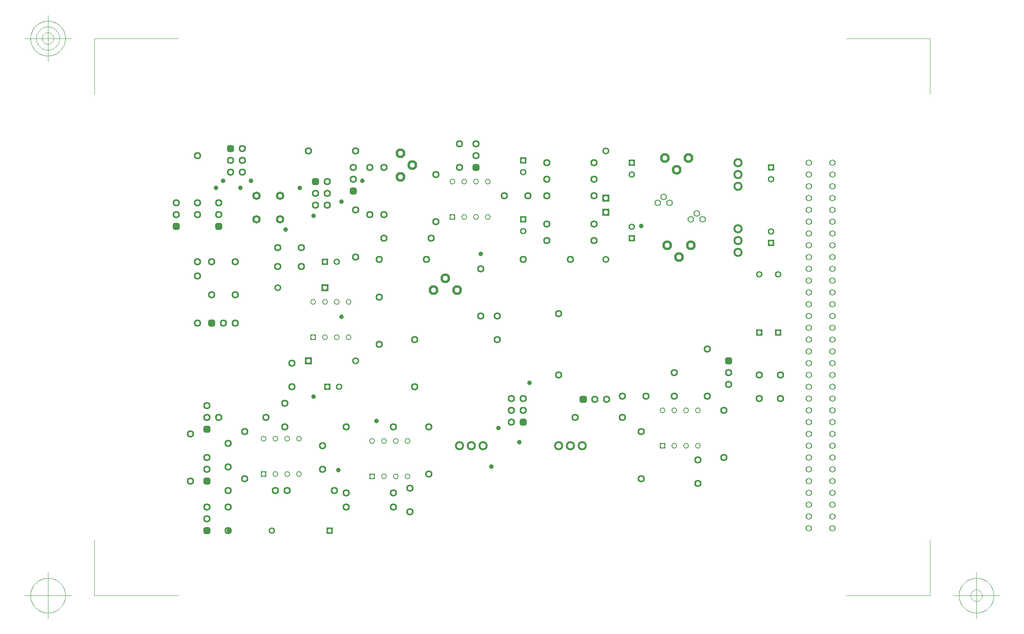
<source format=gbr>
G04 Generated by Ultiboard 10.0 *
%FSLAX25Y25*%
%MOIN*%

%ADD10C,0.00394*%
%ADD11C,0.03937*%
%ADD12C,0.06334X0.03500*%
%ADD13C,0.05500X0.04000*%
%ADD14C,0.08334X0.04333*%
%ADD15R,0.04900X0.04900X0.03500*%
%ADD16C,0.04900X0.03500*%
%ADD17C,0.05512X0.03150*%
%ADD18R,0.05512X0.05512X0.03150*%
%ADD19C,0.05906X0.03543*%
%ADD20R,0.05906X0.05906X0.03543*%
%ADD21R,0.02083X0.02083X0.03917*%
%ADD22C,0.03917*%
%ADD23C,0.07166X0.03500*%
%ADD24C,0.07834X0.04667*%
%ADD25C,0.05337X0.03937*%


G04 ColorRGB FF00CC for the following layer *
%LNL_uc100f6tzinnmaske Oberseite*%
%LPD*%
%FSLAX25Y25*%
%MOIN*%
G54D10*
X-17512Y-14937D02*
X-17512Y32308D01*
X-17512Y-14937D02*
X53291Y-14937D01*
X690512Y-14937D02*
X619709Y-14937D01*
X690512Y-14937D02*
X690512Y32308D01*
X690512Y457512D02*
X690512Y410267D01*
X690512Y457512D02*
X619709Y457512D01*
X-17512Y457512D02*
X53291Y457512D01*
X-17512Y457512D02*
X-17512Y410267D01*
X-37197Y-14937D02*
X-76567Y-14937D01*
X-56882Y-34622D02*
X-56882Y4748D01*
X-42118Y-14937D02*
X-42189Y-13490D01*
X-42189Y-13490D02*
X-42402Y-12057D01*
X-42402Y-12057D02*
X-42754Y-10651D01*
X-42754Y-10651D02*
X-43242Y-9287D01*
X-43242Y-9287D02*
X-43861Y-7977D01*
X-43861Y-7977D02*
X-44606Y-6735D01*
X-44606Y-6735D02*
X-45469Y-5571D01*
X-45469Y-5571D02*
X-46442Y-4497D01*
X-46442Y-4497D02*
X-47516Y-3524D01*
X-47516Y-3524D02*
X-48680Y-2661D01*
X-48680Y-2661D02*
X-49922Y-1917D01*
X-49922Y-1917D02*
X-51232Y-1297D01*
X-51232Y-1297D02*
X-52596Y-809D01*
X-52596Y-809D02*
X-54002Y-457D01*
X-54002Y-457D02*
X-55435Y-244D01*
X-55435Y-244D02*
X-56882Y-173D01*
X-56882Y-173D02*
X-58329Y-244D01*
X-58329Y-244D02*
X-59762Y-457D01*
X-59762Y-457D02*
X-61168Y-809D01*
X-61168Y-809D02*
X-62532Y-1297D01*
X-62532Y-1297D02*
X-63841Y-1917D01*
X-63841Y-1917D02*
X-65084Y-2661D01*
X-65084Y-2661D02*
X-66248Y-3524D01*
X-66248Y-3524D02*
X-67321Y-4497D01*
X-67321Y-4497D02*
X-68294Y-5571D01*
X-68294Y-5571D02*
X-69158Y-6735D01*
X-69158Y-6735D02*
X-69902Y-7977D01*
X-69902Y-7977D02*
X-70522Y-9287D01*
X-70522Y-9287D02*
X-71010Y-10651D01*
X-71010Y-10651D02*
X-71362Y-12057D01*
X-71362Y-12057D02*
X-71575Y-13490D01*
X-71575Y-13490D02*
X-71646Y-14937D01*
X-71646Y-14937D02*
X-71575Y-16384D01*
X-71575Y-16384D02*
X-71362Y-17817D01*
X-71362Y-17817D02*
X-71010Y-19223D01*
X-71010Y-19223D02*
X-70522Y-20587D01*
X-70522Y-20587D02*
X-69902Y-21897D01*
X-69902Y-21897D02*
X-69158Y-23139D01*
X-69158Y-23139D02*
X-68294Y-24303D01*
X-68294Y-24303D02*
X-67321Y-25377D01*
X-67321Y-25377D02*
X-66248Y-26350D01*
X-66248Y-26350D02*
X-65084Y-27213D01*
X-65084Y-27213D02*
X-63841Y-27957D01*
X-63841Y-27957D02*
X-62532Y-28577D01*
X-62532Y-28577D02*
X-61168Y-29065D01*
X-61168Y-29065D02*
X-59762Y-29417D01*
X-59762Y-29417D02*
X-58329Y-29630D01*
X-58329Y-29630D02*
X-56882Y-29701D01*
X-56882Y-29701D02*
X-55435Y-29630D01*
X-55435Y-29630D02*
X-54002Y-29417D01*
X-54002Y-29417D02*
X-52596Y-29065D01*
X-52596Y-29065D02*
X-51232Y-28577D01*
X-51232Y-28577D02*
X-49922Y-27957D01*
X-49922Y-27957D02*
X-48680Y-27213D01*
X-48680Y-27213D02*
X-47516Y-26350D01*
X-47516Y-26350D02*
X-46442Y-25377D01*
X-46442Y-25377D02*
X-45469Y-24303D01*
X-45469Y-24303D02*
X-44606Y-23139D01*
X-44606Y-23139D02*
X-43861Y-21897D01*
X-43861Y-21897D02*
X-43242Y-20587D01*
X-43242Y-20587D02*
X-42754Y-19223D01*
X-42754Y-19223D02*
X-42402Y-17817D01*
X-42402Y-17817D02*
X-42189Y-16384D01*
X-42189Y-16384D02*
X-42118Y-14937D01*
X710197Y-14937D02*
X749567Y-14937D01*
X729882Y-34622D02*
X729882Y4748D01*
X744646Y-14937D02*
X744575Y-13490D01*
X744575Y-13490D02*
X744362Y-12057D01*
X744362Y-12057D02*
X744010Y-10651D01*
X744010Y-10651D02*
X743522Y-9287D01*
X743522Y-9287D02*
X742902Y-7977D01*
X742902Y-7977D02*
X742158Y-6735D01*
X742158Y-6735D02*
X741294Y-5571D01*
X741294Y-5571D02*
X740321Y-4497D01*
X740321Y-4497D02*
X739248Y-3524D01*
X739248Y-3524D02*
X738084Y-2661D01*
X738084Y-2661D02*
X736841Y-1917D01*
X736841Y-1917D02*
X735532Y-1297D01*
X735532Y-1297D02*
X734168Y-809D01*
X734168Y-809D02*
X732762Y-457D01*
X732762Y-457D02*
X731329Y-244D01*
X731329Y-244D02*
X729882Y-173D01*
X729882Y-173D02*
X728435Y-244D01*
X728435Y-244D02*
X727002Y-457D01*
X727002Y-457D02*
X725596Y-809D01*
X725596Y-809D02*
X724232Y-1297D01*
X724232Y-1297D02*
X722922Y-1917D01*
X722922Y-1917D02*
X721680Y-2661D01*
X721680Y-2661D02*
X720516Y-3524D01*
X720516Y-3524D02*
X719442Y-4497D01*
X719442Y-4497D02*
X718469Y-5571D01*
X718469Y-5571D02*
X717606Y-6735D01*
X717606Y-6735D02*
X716861Y-7977D01*
X716861Y-7977D02*
X716242Y-9287D01*
X716242Y-9287D02*
X715754Y-10651D01*
X715754Y-10651D02*
X715402Y-12057D01*
X715402Y-12057D02*
X715189Y-13490D01*
X715189Y-13490D02*
X715118Y-14937D01*
X715118Y-14937D02*
X715189Y-16384D01*
X715189Y-16384D02*
X715402Y-17817D01*
X715402Y-17817D02*
X715754Y-19223D01*
X715754Y-19223D02*
X716242Y-20587D01*
X716242Y-20587D02*
X716861Y-21897D01*
X716861Y-21897D02*
X717606Y-23139D01*
X717606Y-23139D02*
X718469Y-24303D01*
X718469Y-24303D02*
X719442Y-25377D01*
X719442Y-25377D02*
X720516Y-26350D01*
X720516Y-26350D02*
X721680Y-27213D01*
X721680Y-27213D02*
X722922Y-27957D01*
X722922Y-27957D02*
X724232Y-28577D01*
X724232Y-28577D02*
X725596Y-29065D01*
X725596Y-29065D02*
X727002Y-29417D01*
X727002Y-29417D02*
X728435Y-29630D01*
X728435Y-29630D02*
X729882Y-29701D01*
X729882Y-29701D02*
X731329Y-29630D01*
X731329Y-29630D02*
X732762Y-29417D01*
X732762Y-29417D02*
X734168Y-29065D01*
X734168Y-29065D02*
X735532Y-28577D01*
X735532Y-28577D02*
X736841Y-27957D01*
X736841Y-27957D02*
X738084Y-27213D01*
X738084Y-27213D02*
X739248Y-26350D01*
X739248Y-26350D02*
X740321Y-25377D01*
X740321Y-25377D02*
X741294Y-24303D01*
X741294Y-24303D02*
X742158Y-23139D01*
X742158Y-23139D02*
X742902Y-21897D01*
X742902Y-21897D02*
X743522Y-20587D01*
X743522Y-20587D02*
X744010Y-19223D01*
X744010Y-19223D02*
X744362Y-17817D01*
X744362Y-17817D02*
X744575Y-16384D01*
X744575Y-16384D02*
X744646Y-14937D01*
X734803Y-14937D02*
X734779Y-14455D01*
X734779Y-14455D02*
X734709Y-13977D01*
X734709Y-13977D02*
X734591Y-13508D01*
X734591Y-13508D02*
X734429Y-13054D01*
X734429Y-13054D02*
X734222Y-12617D01*
X734222Y-12617D02*
X733974Y-12203D01*
X733974Y-12203D02*
X733686Y-11815D01*
X733686Y-11815D02*
X733362Y-11457D01*
X733362Y-11457D02*
X733004Y-11133D01*
X733004Y-11133D02*
X732616Y-10845D01*
X732616Y-10845D02*
X732202Y-10597D01*
X732202Y-10597D02*
X731765Y-10390D01*
X731765Y-10390D02*
X731310Y-10228D01*
X731310Y-10228D02*
X730842Y-10110D01*
X730842Y-10110D02*
X730364Y-10039D01*
X730364Y-10039D02*
X729882Y-10016D01*
X729882Y-10016D02*
X729400Y-10039D01*
X729400Y-10039D02*
X728922Y-10110D01*
X728922Y-10110D02*
X728453Y-10228D01*
X728453Y-10228D02*
X727999Y-10390D01*
X727999Y-10390D02*
X727562Y-10597D01*
X727562Y-10597D02*
X727148Y-10845D01*
X727148Y-10845D02*
X726760Y-11133D01*
X726760Y-11133D02*
X726402Y-11457D01*
X726402Y-11457D02*
X726078Y-11815D01*
X726078Y-11815D02*
X725790Y-12203D01*
X725790Y-12203D02*
X725542Y-12617D01*
X725542Y-12617D02*
X725335Y-13054D01*
X725335Y-13054D02*
X725173Y-13508D01*
X725173Y-13508D02*
X725055Y-13977D01*
X725055Y-13977D02*
X724984Y-14455D01*
X724984Y-14455D02*
X724961Y-14937D01*
X724961Y-14937D02*
X724984Y-15419D01*
X724984Y-15419D02*
X725055Y-15897D01*
X725055Y-15897D02*
X725173Y-16366D01*
X725173Y-16366D02*
X725335Y-16820D01*
X725335Y-16820D02*
X725542Y-17257D01*
X725542Y-17257D02*
X725790Y-17671D01*
X725790Y-17671D02*
X726078Y-18059D01*
X726078Y-18059D02*
X726402Y-18417D01*
X726402Y-18417D02*
X726760Y-18741D01*
X726760Y-18741D02*
X727148Y-19029D01*
X727148Y-19029D02*
X727562Y-19277D01*
X727562Y-19277D02*
X727999Y-19484D01*
X727999Y-19484D02*
X728453Y-19646D01*
X728453Y-19646D02*
X728922Y-19764D01*
X728922Y-19764D02*
X729400Y-19835D01*
X729400Y-19835D02*
X729882Y-19858D01*
X729882Y-19858D02*
X730364Y-19835D01*
X730364Y-19835D02*
X730842Y-19764D01*
X730842Y-19764D02*
X731310Y-19646D01*
X731310Y-19646D02*
X731765Y-19484D01*
X731765Y-19484D02*
X732202Y-19277D01*
X732202Y-19277D02*
X732616Y-19029D01*
X732616Y-19029D02*
X733004Y-18741D01*
X733004Y-18741D02*
X733362Y-18417D01*
X733362Y-18417D02*
X733686Y-18059D01*
X733686Y-18059D02*
X733974Y-17671D01*
X733974Y-17671D02*
X734222Y-17257D01*
X734222Y-17257D02*
X734429Y-16820D01*
X734429Y-16820D02*
X734591Y-16366D01*
X734591Y-16366D02*
X734709Y-15897D01*
X734709Y-15897D02*
X734779Y-15419D01*
X734779Y-15419D02*
X734803Y-14937D01*
X-37197Y457512D02*
X-76567Y457512D01*
X-56882Y437827D02*
X-56882Y477197D01*
X-42118Y457512D02*
X-42189Y458959D01*
X-42189Y458959D02*
X-42402Y460392D01*
X-42402Y460392D02*
X-42754Y461798D01*
X-42754Y461798D02*
X-43242Y463162D01*
X-43242Y463162D02*
X-43861Y464471D01*
X-43861Y464471D02*
X-44606Y465714D01*
X-44606Y465714D02*
X-45469Y466878D01*
X-45469Y466878D02*
X-46442Y467951D01*
X-46442Y467951D02*
X-47516Y468924D01*
X-47516Y468924D02*
X-48680Y469787D01*
X-48680Y469787D02*
X-49922Y470532D01*
X-49922Y470532D02*
X-51232Y471152D01*
X-51232Y471152D02*
X-52596Y471640D01*
X-52596Y471640D02*
X-54002Y471992D01*
X-54002Y471992D02*
X-55435Y472205D01*
X-55435Y472205D02*
X-56882Y472276D01*
X-56882Y472276D02*
X-58329Y472205D01*
X-58329Y472205D02*
X-59762Y471992D01*
X-59762Y471992D02*
X-61168Y471640D01*
X-61168Y471640D02*
X-62532Y471152D01*
X-62532Y471152D02*
X-63841Y470532D01*
X-63841Y470532D02*
X-65084Y469787D01*
X-65084Y469787D02*
X-66248Y468924D01*
X-66248Y468924D02*
X-67321Y467951D01*
X-67321Y467951D02*
X-68294Y466878D01*
X-68294Y466878D02*
X-69158Y465714D01*
X-69158Y465714D02*
X-69902Y464471D01*
X-69902Y464471D02*
X-70522Y463162D01*
X-70522Y463162D02*
X-71010Y461798D01*
X-71010Y461798D02*
X-71362Y460392D01*
X-71362Y460392D02*
X-71575Y458959D01*
X-71575Y458959D02*
X-71646Y457512D01*
X-71646Y457512D02*
X-71575Y456065D01*
X-71575Y456065D02*
X-71362Y454632D01*
X-71362Y454632D02*
X-71010Y453226D01*
X-71010Y453226D02*
X-70522Y451862D01*
X-70522Y451862D02*
X-69902Y450552D01*
X-69902Y450552D02*
X-69158Y449310D01*
X-69158Y449310D02*
X-68294Y448146D01*
X-68294Y448146D02*
X-67321Y447072D01*
X-67321Y447072D02*
X-66248Y446099D01*
X-66248Y446099D02*
X-65084Y445236D01*
X-65084Y445236D02*
X-63841Y444491D01*
X-63841Y444491D02*
X-62532Y443872D01*
X-62532Y443872D02*
X-61168Y443384D01*
X-61168Y443384D02*
X-59762Y443032D01*
X-59762Y443032D02*
X-58329Y442819D01*
X-58329Y442819D02*
X-56882Y442748D01*
X-56882Y442748D02*
X-55435Y442819D01*
X-55435Y442819D02*
X-54002Y443032D01*
X-54002Y443032D02*
X-52596Y443384D01*
X-52596Y443384D02*
X-51232Y443872D01*
X-51232Y443872D02*
X-49922Y444491D01*
X-49922Y444491D02*
X-48680Y445236D01*
X-48680Y445236D02*
X-47516Y446099D01*
X-47516Y446099D02*
X-46442Y447072D01*
X-46442Y447072D02*
X-45469Y448146D01*
X-45469Y448146D02*
X-44606Y449310D01*
X-44606Y449310D02*
X-43861Y450552D01*
X-43861Y450552D02*
X-43242Y451862D01*
X-43242Y451862D02*
X-42754Y453226D01*
X-42754Y453226D02*
X-42402Y454632D01*
X-42402Y454632D02*
X-42189Y456065D01*
X-42189Y456065D02*
X-42118Y457512D01*
X-47039Y457512D02*
X-47087Y458477D01*
X-47087Y458477D02*
X-47228Y459432D01*
X-47228Y459432D02*
X-47463Y460369D01*
X-47463Y460369D02*
X-47789Y461278D01*
X-47789Y461278D02*
X-48202Y462152D01*
X-48202Y462152D02*
X-48698Y462980D01*
X-48698Y462980D02*
X-49274Y463756D01*
X-49274Y463756D02*
X-49922Y464472D01*
X-49922Y464472D02*
X-50638Y465120D01*
X-50638Y465120D02*
X-51414Y465696D01*
X-51414Y465696D02*
X-52242Y466192D01*
X-52242Y466192D02*
X-53115Y466605D01*
X-53115Y466605D02*
X-54025Y466931D01*
X-54025Y466931D02*
X-54962Y467165D01*
X-54962Y467165D02*
X-55917Y467307D01*
X-55917Y467307D02*
X-56882Y467354D01*
X-56882Y467354D02*
X-57847Y467307D01*
X-57847Y467307D02*
X-58802Y467165D01*
X-58802Y467165D02*
X-59739Y466931D01*
X-59739Y466931D02*
X-60648Y466605D01*
X-60648Y466605D02*
X-61522Y466192D01*
X-61522Y466192D02*
X-62350Y465696D01*
X-62350Y465696D02*
X-63126Y465120D01*
X-63126Y465120D02*
X-63842Y464472D01*
X-63842Y464472D02*
X-64490Y463756D01*
X-64490Y463756D02*
X-65066Y462980D01*
X-65066Y462980D02*
X-65562Y462152D01*
X-65562Y462152D02*
X-65975Y461278D01*
X-65975Y461278D02*
X-66301Y460369D01*
X-66301Y460369D02*
X-66535Y459432D01*
X-66535Y459432D02*
X-66677Y458477D01*
X-66677Y458477D02*
X-66724Y457512D01*
X-66724Y457512D02*
X-66677Y456547D01*
X-66677Y456547D02*
X-66535Y455592D01*
X-66535Y455592D02*
X-66301Y454655D01*
X-66301Y454655D02*
X-65975Y453745D01*
X-65975Y453745D02*
X-65562Y452872D01*
X-65562Y452872D02*
X-65066Y452044D01*
X-65066Y452044D02*
X-64490Y451268D01*
X-64490Y451268D02*
X-63842Y450552D01*
X-63842Y450552D02*
X-63126Y449903D01*
X-63126Y449903D02*
X-62350Y449328D01*
X-62350Y449328D02*
X-61522Y448831D01*
X-61522Y448831D02*
X-60648Y448419D01*
X-60648Y448419D02*
X-59739Y448093D01*
X-59739Y448093D02*
X-58802Y447858D01*
X-58802Y447858D02*
X-57847Y447717D01*
X-57847Y447717D02*
X-56882Y447669D01*
X-56882Y447669D02*
X-55917Y447717D01*
X-55917Y447717D02*
X-54962Y447858D01*
X-54962Y447858D02*
X-54025Y448093D01*
X-54025Y448093D02*
X-53115Y448419D01*
X-53115Y448419D02*
X-52242Y448831D01*
X-52242Y448831D02*
X-51414Y449328D01*
X-51414Y449328D02*
X-50638Y449903D01*
X-50638Y449903D02*
X-49922Y450552D01*
X-49922Y450552D02*
X-49274Y451268D01*
X-49274Y451268D02*
X-48698Y452044D01*
X-48698Y452044D02*
X-48202Y452872D01*
X-48202Y452872D02*
X-47789Y453745D01*
X-47789Y453745D02*
X-47463Y454655D01*
X-47463Y454655D02*
X-47228Y455592D01*
X-47228Y455592D02*
X-47087Y456547D01*
X-47087Y456547D02*
X-47039Y457512D01*
X-51961Y457512D02*
X-51984Y457994D01*
X-51984Y457994D02*
X-52055Y458472D01*
X-52055Y458472D02*
X-52173Y458940D01*
X-52173Y458940D02*
X-52335Y459395D01*
X-52335Y459395D02*
X-52542Y459832D01*
X-52542Y459832D02*
X-52790Y460246D01*
X-52790Y460246D02*
X-53078Y460634D01*
X-53078Y460634D02*
X-53402Y460992D01*
X-53402Y460992D02*
X-53760Y461316D01*
X-53760Y461316D02*
X-54148Y461604D01*
X-54148Y461604D02*
X-54562Y461852D01*
X-54562Y461852D02*
X-54999Y462058D01*
X-54999Y462058D02*
X-55453Y462221D01*
X-55453Y462221D02*
X-55922Y462339D01*
X-55922Y462339D02*
X-56400Y462409D01*
X-56400Y462409D02*
X-56882Y462433D01*
X-56882Y462433D02*
X-57364Y462409D01*
X-57364Y462409D02*
X-57842Y462339D01*
X-57842Y462339D02*
X-58310Y462221D01*
X-58310Y462221D02*
X-58765Y462058D01*
X-58765Y462058D02*
X-59202Y461852D01*
X-59202Y461852D02*
X-59616Y461604D01*
X-59616Y461604D02*
X-60004Y461316D01*
X-60004Y461316D02*
X-60362Y460992D01*
X-60362Y460992D02*
X-60686Y460634D01*
X-60686Y460634D02*
X-60974Y460246D01*
X-60974Y460246D02*
X-61222Y459832D01*
X-61222Y459832D02*
X-61429Y459395D01*
X-61429Y459395D02*
X-61591Y458940D01*
X-61591Y458940D02*
X-61709Y458472D01*
X-61709Y458472D02*
X-61779Y457994D01*
X-61779Y457994D02*
X-61803Y457512D01*
X-61803Y457512D02*
X-61779Y457029D01*
X-61779Y457029D02*
X-61709Y456552D01*
X-61709Y456552D02*
X-61591Y456083D01*
X-61591Y456083D02*
X-61429Y455629D01*
X-61429Y455629D02*
X-61222Y455192D01*
X-61222Y455192D02*
X-60974Y454778D01*
X-60974Y454778D02*
X-60686Y454390D01*
X-60686Y454390D02*
X-60362Y454032D01*
X-60362Y454032D02*
X-60004Y453708D01*
X-60004Y453708D02*
X-59616Y453420D01*
X-59616Y453420D02*
X-59202Y453172D01*
X-59202Y453172D02*
X-58765Y452965D01*
X-58765Y452965D02*
X-58310Y452802D01*
X-58310Y452802D02*
X-57842Y452685D01*
X-57842Y452685D02*
X-57364Y452614D01*
X-57364Y452614D02*
X-56882Y452591D01*
X-56882Y452591D02*
X-56400Y452614D01*
X-56400Y452614D02*
X-55922Y452685D01*
X-55922Y452685D02*
X-55453Y452802D01*
X-55453Y452802D02*
X-54999Y452965D01*
X-54999Y452965D02*
X-54562Y453172D01*
X-54562Y453172D02*
X-54148Y453420D01*
X-54148Y453420D02*
X-53760Y453708D01*
X-53760Y453708D02*
X-53402Y454032D01*
X-53402Y454032D02*
X-53078Y454390D01*
X-53078Y454390D02*
X-52790Y454778D01*
X-52790Y454778D02*
X-52542Y455192D01*
X-52542Y455192D02*
X-52335Y455629D01*
X-52335Y455629D02*
X-52173Y456083D01*
X-52173Y456083D02*
X-52055Y456552D01*
X-52055Y456552D02*
X-51984Y457029D01*
X-51984Y457029D02*
X-51961Y457512D01*
G54D11*
X96500Y40000D03*
X189165Y91535D03*
X191929Y221457D03*
X168307Y153543D03*
X221646Y132874D03*
X91535Y336614D03*
X85630Y330709D03*
X106299Y330709D03*
X115157Y336614D03*
X191929Y318898D03*
X144685Y295276D03*
X168307Y307087D03*
X156496Y330709D03*
X209646Y336614D03*
X324803Y126969D03*
X318898Y94488D03*
X342520Y115157D03*
X351378Y165354D03*
X310039Y274606D03*
X445866Y298228D03*
G54D12*
X494000Y80000D03*
X494000Y100000D03*
X502000Y154000D03*
X502000Y194000D03*
X254000Y162000D03*
X254000Y202000D03*
X224000Y270000D03*
X264000Y270000D03*
X228000Y288000D03*
X268000Y288000D03*
X250000Y56000D03*
X250000Y76000D03*
X158000Y264000D03*
X138000Y264000D03*
X82000Y240000D03*
X102000Y240000D03*
X70000Y216000D03*
X70000Y256000D03*
X96000Y74000D03*
X136000Y74000D03*
X128000Y136000D03*
X88000Y136000D03*
X110000Y124000D03*
X110000Y84000D03*
X78000Y136000D03*
X78000Y146000D03*
X64000Y82000D03*
X64000Y122000D03*
X96000Y60000D03*
X96000Y40000D03*
X78000Y60000D03*
X78000Y50000D03*
X96000Y94000D03*
X96000Y114000D03*
X78000Y92000D03*
X78000Y102000D03*
X92000Y216000D03*
X102000Y216000D03*
X144000Y128000D03*
X144000Y148000D03*
X196000Y128000D03*
X236000Y128000D03*
X186000Y74000D03*
X146000Y74000D03*
X176000Y92000D03*
X176000Y112000D03*
X196000Y60000D03*
X236000Y60000D03*
X196000Y72000D03*
X236000Y72000D03*
X150000Y162000D03*
X150000Y182000D03*
X224000Y198000D03*
X224000Y238000D03*
X52000Y318000D03*
X52000Y308000D03*
X70000Y318000D03*
X70000Y358000D03*
X88000Y318000D03*
X88000Y308000D03*
X82000Y268000D03*
X102000Y268000D03*
X70000Y268000D03*
X70000Y308000D03*
X98000Y344000D03*
X108000Y344000D03*
X108000Y364000D03*
X108000Y354000D03*
X98000Y354000D03*
X164000Y362000D03*
X204000Y362000D03*
X180000Y316000D03*
X170000Y316000D03*
X170000Y326000D03*
X180000Y326000D03*
X180000Y336000D03*
X158000Y280000D03*
X138000Y280000D03*
X228000Y308000D03*
X228000Y348000D03*
X216000Y308000D03*
X216000Y348000D03*
X204000Y312000D03*
X204000Y272000D03*
X202000Y348000D03*
X202000Y338000D03*
X310000Y222000D03*
X310000Y262000D03*
X376000Y172000D03*
X376000Y224000D03*
X266000Y128000D03*
X266000Y88000D03*
X346000Y142000D03*
X346000Y152000D03*
X336000Y142000D03*
X336000Y132000D03*
X336000Y152000D03*
X324000Y222000D03*
X324000Y202000D03*
X446000Y124000D03*
X446000Y84000D03*
X430000Y154000D03*
X450000Y154000D03*
X474000Y154000D03*
X474000Y174000D03*
X390000Y136000D03*
X430000Y136000D03*
X406708Y151292D03*
X416708Y151292D03*
X346000Y270000D03*
X386000Y270000D03*
X366000Y324000D03*
X406000Y324000D03*
X366000Y352000D03*
X406000Y352000D03*
X366000Y338000D03*
X406000Y338000D03*
X366000Y286000D03*
X406000Y286000D03*
X366000Y300000D03*
X406000Y300000D03*
X306000Y358000D03*
X306000Y368000D03*
X272000Y302000D03*
X272000Y342000D03*
X292000Y348000D03*
X292000Y368000D03*
X330000Y324000D03*
X350000Y324000D03*
X516000Y102000D03*
X516000Y142000D03*
X564000Y152000D03*
X564000Y172000D03*
X520000Y174000D03*
X520000Y164000D03*
X546000Y152000D03*
X546000Y172000D03*
G54D13*
X488000Y304000D03*
X493000Y309000D03*
X498000Y304000D03*
X470000Y318000D03*
X460000Y318000D03*
X465000Y323000D03*
G54D14*
X252000Y350000D03*
X242000Y340000D03*
X242000Y360000D03*
X280000Y254000D03*
X270000Y244000D03*
X290000Y244000D03*
X468000Y282000D03*
X488000Y282000D03*
X478000Y272000D03*
X476000Y346000D03*
X466000Y356000D03*
X486000Y356000D03*
G54D15*
X218000Y86000D03*
X126000Y88000D03*
X168000Y204000D03*
X464000Y112000D03*
X286000Y306000D03*
G54D16*
X218000Y116000D03*
X238000Y86000D03*
X228000Y86000D03*
X248000Y86000D03*
X238000Y116000D03*
X228000Y116000D03*
X248000Y116000D03*
X126000Y118000D03*
X156000Y118000D03*
X156000Y88000D03*
X136000Y88000D03*
X146000Y88000D03*
X136000Y118000D03*
X146000Y118000D03*
X188000Y204000D03*
X188000Y234000D03*
X178000Y204000D03*
X168000Y234000D03*
X178000Y234000D03*
X198000Y204000D03*
X198000Y234000D03*
X474000Y112000D03*
X484000Y112000D03*
X494000Y112000D03*
X474000Y142000D03*
X464000Y142000D03*
X484000Y142000D03*
X494000Y142000D03*
X316000Y336000D03*
X316000Y306000D03*
X296000Y306000D03*
X306000Y306000D03*
X286000Y336000D03*
X296000Y336000D03*
X306000Y336000D03*
G54D17*
X187843Y268000D03*
X132787Y40000D03*
X189843Y162000D03*
X346000Y294157D03*
X346000Y344157D03*
X438000Y342157D03*
X438000Y297843D03*
X562000Y257213D03*
X546000Y257213D03*
X556000Y338157D03*
X556000Y293843D03*
G54D18*
X178000Y268000D03*
X182000Y40000D03*
X180000Y162000D03*
X346000Y304000D03*
X346000Y354000D03*
X438000Y352000D03*
X438000Y288000D03*
X562000Y208000D03*
X546000Y208000D03*
X556000Y348000D03*
X556000Y284000D03*
G54D19*
X138000Y246000D03*
X204000Y184000D03*
X416000Y270000D03*
X416000Y362000D03*
G54D20*
X178000Y246000D03*
X164000Y184000D03*
X416000Y310000D03*
X416000Y322000D03*
G54D21*
X78000Y126000D03*
X78000Y40000D03*
X78000Y82000D03*
X82000Y216000D03*
X52000Y298000D03*
X88000Y298000D03*
X98000Y364000D03*
X170000Y336000D03*
X202000Y328000D03*
X346000Y132000D03*
X396708Y151292D03*
X306000Y348000D03*
X520000Y184000D03*
G54D22*
X76959Y124959D02*
X79041Y124959D01*
X79041Y127041D01*
X76959Y127041D01*
X76959Y124959D01*D02*
X76959Y38959D02*
X79041Y38959D01*
X79041Y41041D01*
X76959Y41041D01*
X76959Y38959D01*D02*
X76959Y80959D02*
X79041Y80959D01*
X79041Y83041D01*
X76959Y83041D01*
X76959Y80959D01*D02*
X80959Y214959D02*
X83041Y214959D01*
X83041Y217041D01*
X80959Y217041D01*
X80959Y214959D01*D02*
X50959Y296959D02*
X53041Y296959D01*
X53041Y299041D01*
X50959Y299041D01*
X50959Y296959D01*D02*
X86959Y296959D02*
X89041Y296959D01*
X89041Y299041D01*
X86959Y299041D01*
X86959Y296959D01*D02*
X96959Y362959D02*
X99041Y362959D01*
X99041Y365041D01*
X96959Y365041D01*
X96959Y362959D01*D02*
X168959Y334959D02*
X171041Y334959D01*
X171041Y337041D01*
X168959Y337041D01*
X168959Y334959D01*D02*
X200959Y326959D02*
X203041Y326959D01*
X203041Y329041D01*
X200959Y329041D01*
X200959Y326959D01*D02*
X344959Y130959D02*
X347041Y130959D01*
X347041Y133041D01*
X344959Y133041D01*
X344959Y130959D01*D02*
X395667Y150251D02*
X397749Y150251D01*
X397749Y152333D01*
X395667Y152333D01*
X395667Y150251D01*D02*
X304959Y346959D02*
X307041Y346959D01*
X307041Y349041D01*
X304959Y349041D01*
X304959Y346959D01*D02*
X518959Y182959D02*
X521041Y182959D01*
X521041Y185041D01*
X518959Y185041D01*
X518959Y182959D01*D02*
G54D23*
X120000Y304000D03*
X120000Y324000D03*
X140000Y304000D03*
X140000Y324000D03*
G54D24*
X376000Y112000D03*
X396000Y112000D03*
X386000Y112000D03*
X312000Y112000D03*
X302000Y112000D03*
X292000Y112000D03*
X528000Y286000D03*
X528000Y276000D03*
X528000Y296000D03*
X528000Y342000D03*
X528000Y332000D03*
X528000Y352000D03*
G54D25*
X588000Y252000D03*
X607921Y252000D03*
X588000Y62000D03*
X607921Y62000D03*
X588000Y42000D03*
X588000Y52000D03*
X607921Y42000D03*
X607921Y52000D03*
X588000Y92000D03*
X588000Y72000D03*
X588000Y82000D03*
X588000Y112000D03*
X588000Y102000D03*
X588000Y122000D03*
X607921Y92000D03*
X607921Y72000D03*
X607921Y82000D03*
X607921Y112000D03*
X607921Y102000D03*
X607921Y122000D03*
X588000Y192000D03*
X607921Y192000D03*
X588000Y142000D03*
X588000Y132000D03*
X588000Y152000D03*
X588000Y172000D03*
X588000Y162000D03*
X588000Y182000D03*
X607921Y142000D03*
X607921Y132000D03*
X607921Y152000D03*
X607921Y172000D03*
X607921Y162000D03*
X607921Y182000D03*
X588000Y222000D03*
X588000Y202000D03*
X588000Y212000D03*
X588000Y232000D03*
X588000Y242000D03*
X607921Y222000D03*
X607921Y202000D03*
X607921Y212000D03*
X607921Y232000D03*
X607921Y242000D03*
X588000Y282000D03*
X588000Y262000D03*
X588000Y272000D03*
X588000Y292000D03*
X588000Y312000D03*
X588000Y302000D03*
X607921Y282000D03*
X607921Y262000D03*
X607921Y272000D03*
X607921Y292000D03*
X607921Y312000D03*
X607921Y302000D03*
X588000Y332000D03*
X588000Y322000D03*
X588000Y342000D03*
X588000Y352000D03*
X607921Y332000D03*
X607921Y322000D03*
X607921Y342000D03*
X607921Y352000D03*

M00*

</source>
